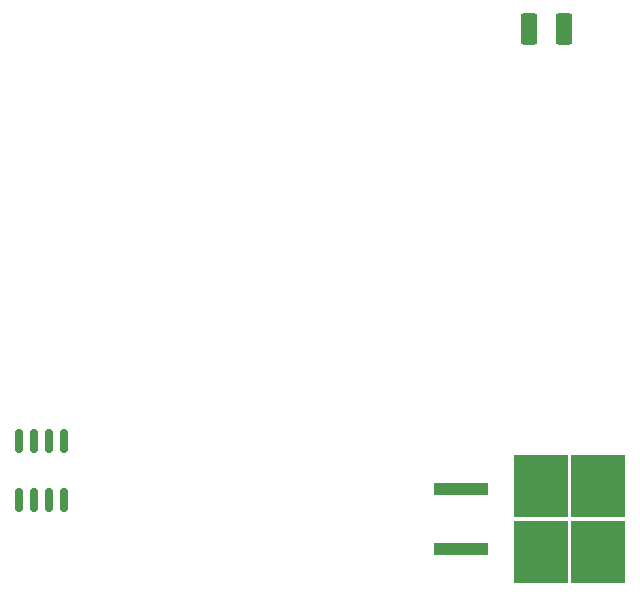
<source format=gbr>
%TF.GenerationSoftware,KiCad,Pcbnew,(6.0.5)*%
%TF.CreationDate,2022-05-15T12:42:04+02:00*%
%TF.ProjectId,pid_controller,7069645f-636f-46e7-9472-6f6c6c65722e,1.0*%
%TF.SameCoordinates,Original*%
%TF.FileFunction,Paste,Bot*%
%TF.FilePolarity,Positive*%
%FSLAX46Y46*%
G04 Gerber Fmt 4.6, Leading zero omitted, Abs format (unit mm)*
G04 Created by KiCad (PCBNEW (6.0.5)) date 2022-05-15 12:42:04*
%MOMM*%
%LPD*%
G01*
G04 APERTURE LIST*
G04 Aperture macros list*
%AMRoundRect*
0 Rectangle with rounded corners*
0 $1 Rounding radius*
0 $2 $3 $4 $5 $6 $7 $8 $9 X,Y pos of 4 corners*
0 Add a 4 corners polygon primitive as box body*
4,1,4,$2,$3,$4,$5,$6,$7,$8,$9,$2,$3,0*
0 Add four circle primitives for the rounded corners*
1,1,$1+$1,$2,$3*
1,1,$1+$1,$4,$5*
1,1,$1+$1,$6,$7*
1,1,$1+$1,$8,$9*
0 Add four rect primitives between the rounded corners*
20,1,$1+$1,$2,$3,$4,$5,0*
20,1,$1+$1,$4,$5,$6,$7,0*
20,1,$1+$1,$6,$7,$8,$9,0*
20,1,$1+$1,$8,$9,$2,$3,0*%
G04 Aperture macros list end*
%ADD10RoundRect,0.150000X0.150000X-0.825000X0.150000X0.825000X-0.150000X0.825000X-0.150000X-0.825000X0*%
%ADD11R,4.550000X5.250000*%
%ADD12R,4.600000X1.100000*%
%ADD13RoundRect,0.250001X0.462499X1.074999X-0.462499X1.074999X-0.462499X-1.074999X0.462499X-1.074999X0*%
G04 APERTURE END LIST*
D10*
%TO.C,U4*%
X123698000Y-107377000D03*
X122428000Y-107377000D03*
X121158000Y-107377000D03*
X119888000Y-107377000D03*
X119888000Y-102427000D03*
X121158000Y-102427000D03*
X122428000Y-102427000D03*
X123698000Y-102427000D03*
%TD*%
D11*
%TO.C,Q2*%
X168918800Y-106241800D03*
X164068800Y-111791800D03*
X168918800Y-111791800D03*
X164068800Y-106241800D03*
D12*
X157343800Y-111556800D03*
X157343800Y-106476800D03*
%TD*%
D13*
%TO.C,R17*%
X166079500Y-67564000D03*
X163104500Y-67564000D03*
%TD*%
M02*

</source>
